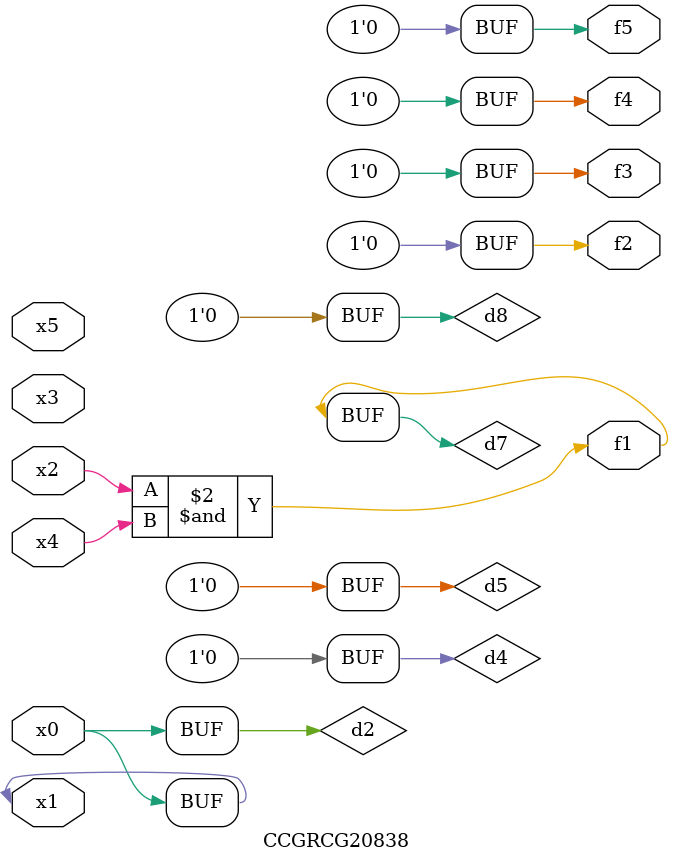
<source format=v>
module CCGRCG20838(
	input x0, x1, x2, x3, x4, x5,
	output f1, f2, f3, f4, f5
);

	wire d1, d2, d3, d4, d5, d6, d7, d8, d9;

	nand (d1, x1);
	buf (d2, x0, x1);
	nand (d3, x2, x4);
	and (d4, d1, d2);
	and (d5, d1, d2);
	nand (d6, d1, d3);
	not (d7, d3);
	xor (d8, d5);
	nor (d9, d5, d6);
	assign f1 = d7;
	assign f2 = d8;
	assign f3 = d8;
	assign f4 = d8;
	assign f5 = d8;
endmodule

</source>
